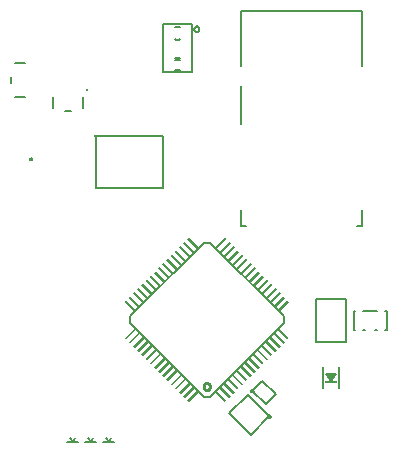
<source format=gto>
G75*
%MOIN*%
%OFA0B0*%
%FSLAX25Y25*%
%IPPOS*%
%LPD*%
%AMOC8*
5,1,8,0,0,1.08239X$1,22.5*
%
%ADD10C,0.00500*%
%ADD11C,0.00800*%
%ADD12C,0.01000*%
%ADD13R,0.04724X0.00787*%
%ADD14R,0.00787X0.04724*%
%ADD15R,0.03937X0.00787*%
%ADD16C,0.01000*%
D10*
X0093158Y0032306D02*
X0099283Y0038430D01*
X0106521Y0031192D01*
X0106127Y0031192D02*
X0106129Y0031231D01*
X0106135Y0031270D01*
X0106145Y0031308D01*
X0106158Y0031345D01*
X0106175Y0031380D01*
X0106195Y0031414D01*
X0106219Y0031445D01*
X0106246Y0031474D01*
X0106275Y0031500D01*
X0106307Y0031523D01*
X0106341Y0031543D01*
X0106377Y0031559D01*
X0106414Y0031571D01*
X0106453Y0031580D01*
X0106492Y0031585D01*
X0106531Y0031586D01*
X0106570Y0031583D01*
X0106609Y0031576D01*
X0106646Y0031565D01*
X0106683Y0031551D01*
X0106718Y0031533D01*
X0106751Y0031512D01*
X0106782Y0031487D01*
X0106810Y0031460D01*
X0106835Y0031430D01*
X0106857Y0031397D01*
X0106876Y0031363D01*
X0106891Y0031327D01*
X0106903Y0031289D01*
X0106911Y0031251D01*
X0106915Y0031212D01*
X0106915Y0031172D01*
X0106911Y0031133D01*
X0106903Y0031095D01*
X0106891Y0031057D01*
X0106876Y0031021D01*
X0106857Y0030987D01*
X0106835Y0030954D01*
X0106810Y0030924D01*
X0106782Y0030897D01*
X0106751Y0030872D01*
X0106718Y0030851D01*
X0106683Y0030833D01*
X0106646Y0030819D01*
X0106609Y0030808D01*
X0106570Y0030801D01*
X0106531Y0030798D01*
X0106492Y0030799D01*
X0106453Y0030804D01*
X0106414Y0030813D01*
X0106377Y0030825D01*
X0106341Y0030841D01*
X0106307Y0030861D01*
X0106275Y0030884D01*
X0106246Y0030910D01*
X0106219Y0030939D01*
X0106195Y0030970D01*
X0106175Y0031004D01*
X0106158Y0031039D01*
X0106145Y0031076D01*
X0106135Y0031114D01*
X0106129Y0031153D01*
X0106127Y0031192D01*
X0106521Y0031192D02*
X0100397Y0025068D01*
X0093158Y0032306D01*
X0100429Y0039606D02*
X0100431Y0039645D01*
X0100437Y0039684D01*
X0100447Y0039722D01*
X0100460Y0039759D01*
X0100477Y0039794D01*
X0100497Y0039828D01*
X0100521Y0039859D01*
X0100548Y0039888D01*
X0100577Y0039914D01*
X0100609Y0039937D01*
X0100643Y0039957D01*
X0100679Y0039973D01*
X0100716Y0039985D01*
X0100755Y0039994D01*
X0100794Y0039999D01*
X0100833Y0040000D01*
X0100872Y0039997D01*
X0100911Y0039990D01*
X0100948Y0039979D01*
X0100985Y0039965D01*
X0101020Y0039947D01*
X0101053Y0039926D01*
X0101084Y0039901D01*
X0101112Y0039874D01*
X0101137Y0039844D01*
X0101159Y0039811D01*
X0101178Y0039777D01*
X0101193Y0039741D01*
X0101205Y0039703D01*
X0101213Y0039665D01*
X0101217Y0039626D01*
X0101217Y0039586D01*
X0101213Y0039547D01*
X0101205Y0039509D01*
X0101193Y0039471D01*
X0101178Y0039435D01*
X0101159Y0039401D01*
X0101137Y0039368D01*
X0101112Y0039338D01*
X0101084Y0039311D01*
X0101053Y0039286D01*
X0101020Y0039265D01*
X0100985Y0039247D01*
X0100948Y0039233D01*
X0100911Y0039222D01*
X0100872Y0039215D01*
X0100833Y0039212D01*
X0100794Y0039213D01*
X0100755Y0039218D01*
X0100716Y0039227D01*
X0100679Y0039239D01*
X0100643Y0039255D01*
X0100609Y0039275D01*
X0100577Y0039298D01*
X0100548Y0039324D01*
X0100521Y0039353D01*
X0100497Y0039384D01*
X0100477Y0039418D01*
X0100460Y0039453D01*
X0100447Y0039490D01*
X0100437Y0039528D01*
X0100431Y0039567D01*
X0100429Y0039606D01*
X0100823Y0039606D02*
X0104164Y0042947D01*
X0108618Y0038493D01*
X0105277Y0035152D01*
X0100823Y0039606D01*
X0134554Y0060015D02*
X0134947Y0060015D01*
X0134554Y0060015D02*
X0134554Y0066315D01*
X0134947Y0066315D01*
X0137703Y0066315D02*
X0142428Y0066315D01*
X0145184Y0066315D02*
X0145577Y0066315D01*
X0145577Y0060015D01*
X0145184Y0060015D01*
X0142428Y0060015D02*
X0141640Y0060015D01*
X0138491Y0060015D02*
X0137703Y0060015D01*
X0137231Y0094504D02*
X0135656Y0094504D01*
X0137231Y0094504D02*
X0137231Y0100015D01*
X0098648Y0094504D02*
X0097073Y0094504D01*
X0097073Y0100015D01*
X0071188Y0107350D02*
X0071188Y0124476D01*
X0048550Y0124476D01*
X0048550Y0107350D01*
X0071188Y0107350D01*
X0097073Y0128756D02*
X0097073Y0141354D01*
X0097073Y0148047D02*
X0097073Y0166157D01*
X0137231Y0166157D01*
X0137231Y0148047D01*
X0026791Y0116937D02*
X0026793Y0116970D01*
X0026799Y0117002D01*
X0026808Y0117034D01*
X0026822Y0117064D01*
X0026838Y0117092D01*
X0026858Y0117118D01*
X0026881Y0117142D01*
X0026907Y0117163D01*
X0026935Y0117180D01*
X0026965Y0117195D01*
X0026996Y0117205D01*
X0027028Y0117212D01*
X0027061Y0117215D01*
X0027094Y0117214D01*
X0027126Y0117209D01*
X0027158Y0117200D01*
X0027189Y0117188D01*
X0027217Y0117172D01*
X0027244Y0117153D01*
X0027268Y0117131D01*
X0027290Y0117106D01*
X0027308Y0117078D01*
X0027323Y0117049D01*
X0027335Y0117018D01*
X0027343Y0116986D01*
X0027347Y0116953D01*
X0027347Y0116921D01*
X0027343Y0116888D01*
X0027335Y0116856D01*
X0027323Y0116825D01*
X0027308Y0116796D01*
X0027290Y0116768D01*
X0027268Y0116743D01*
X0027244Y0116721D01*
X0027217Y0116702D01*
X0027189Y0116686D01*
X0027158Y0116674D01*
X0027126Y0116665D01*
X0027094Y0116660D01*
X0027061Y0116659D01*
X0027028Y0116662D01*
X0026996Y0116669D01*
X0026965Y0116679D01*
X0026935Y0116694D01*
X0026907Y0116711D01*
X0026881Y0116732D01*
X0026858Y0116756D01*
X0026838Y0116782D01*
X0026822Y0116810D01*
X0026808Y0116840D01*
X0026799Y0116872D01*
X0026793Y0116904D01*
X0026791Y0116937D01*
X0026793Y0116970D01*
X0026799Y0117002D01*
X0026808Y0117034D01*
X0026822Y0117064D01*
X0026838Y0117092D01*
X0026858Y0117118D01*
X0026881Y0117142D01*
X0026907Y0117163D01*
X0026935Y0117180D01*
X0026965Y0117195D01*
X0026996Y0117205D01*
X0027028Y0117212D01*
X0027061Y0117215D01*
X0027094Y0117214D01*
X0027126Y0117209D01*
X0027158Y0117200D01*
X0027189Y0117188D01*
X0027217Y0117172D01*
X0027244Y0117153D01*
X0027268Y0117131D01*
X0027290Y0117106D01*
X0027308Y0117078D01*
X0027323Y0117049D01*
X0027335Y0117018D01*
X0027343Y0116986D01*
X0027347Y0116953D01*
X0027347Y0116921D01*
X0027343Y0116888D01*
X0027335Y0116856D01*
X0027323Y0116825D01*
X0027308Y0116796D01*
X0027290Y0116768D01*
X0027268Y0116743D01*
X0027244Y0116721D01*
X0027217Y0116702D01*
X0027189Y0116686D01*
X0027158Y0116674D01*
X0027126Y0116665D01*
X0027094Y0116660D01*
X0027061Y0116659D01*
X0027028Y0116662D01*
X0026996Y0116669D01*
X0026965Y0116679D01*
X0026935Y0116694D01*
X0026907Y0116711D01*
X0026881Y0116732D01*
X0026858Y0116756D01*
X0026838Y0116782D01*
X0026822Y0116810D01*
X0026808Y0116840D01*
X0026799Y0116872D01*
X0026793Y0116904D01*
X0026791Y0116937D01*
D11*
X0039073Y0022645D02*
X0040884Y0022645D01*
X0039964Y0023866D01*
X0040884Y0022645D02*
X0042695Y0022645D01*
X0041744Y0023866D02*
X0040984Y0022706D01*
X0045073Y0022645D02*
X0046884Y0022645D01*
X0045964Y0023866D01*
X0046884Y0022645D02*
X0048695Y0022645D01*
X0047744Y0023866D02*
X0046984Y0022706D01*
X0051073Y0022645D02*
X0052884Y0022645D01*
X0051964Y0023866D01*
X0052884Y0022645D02*
X0054695Y0022645D01*
X0053744Y0023866D02*
X0052984Y0022706D01*
X0084542Y0037789D02*
X0060044Y0062288D01*
X0060044Y0064515D01*
X0084542Y0089013D01*
X0086770Y0089013D01*
X0111268Y0064515D01*
X0111268Y0062288D01*
X0086770Y0037789D01*
X0084542Y0037789D01*
X0122026Y0055899D02*
X0122026Y0070399D01*
X0132026Y0070399D01*
X0132026Y0055899D01*
X0122026Y0055899D01*
X0124335Y0047528D02*
X0124335Y0040654D01*
X0127091Y0042910D02*
X0128665Y0045272D01*
X0125516Y0045272D01*
X0127091Y0042910D01*
X0127091Y0043697D02*
X0127878Y0044878D01*
X0126303Y0044878D01*
X0127091Y0043697D01*
X0127189Y0043845D02*
X0126992Y0043845D01*
X0126460Y0044643D02*
X0127721Y0044643D01*
X0129847Y0047528D02*
X0129847Y0040654D01*
X0040382Y0133036D02*
X0038269Y0133036D01*
X0034325Y0134136D02*
X0034325Y0137517D01*
X0025134Y0137644D02*
X0021753Y0137644D01*
X0020253Y0142187D02*
X0020253Y0144300D01*
X0021753Y0148844D02*
X0025134Y0148844D01*
X0044325Y0137517D02*
X0044325Y0134136D01*
X0071050Y0145968D02*
X0071050Y0161874D01*
X0080577Y0161874D01*
X0080577Y0145968D01*
X0071050Y0145968D01*
X0075064Y0146685D02*
X0075139Y0146652D01*
X0075215Y0146623D01*
X0075292Y0146597D01*
X0075370Y0146575D01*
X0075449Y0146557D01*
X0075529Y0146542D01*
X0075610Y0146531D01*
X0075691Y0146523D01*
X0075772Y0146519D01*
X0075854Y0146519D01*
X0075935Y0146523D01*
X0076016Y0146531D01*
X0076097Y0146542D01*
X0076177Y0146557D01*
X0076256Y0146575D01*
X0076334Y0146597D01*
X0076411Y0146623D01*
X0076487Y0146652D01*
X0076562Y0146685D01*
X0076562Y0149897D02*
X0076487Y0149930D01*
X0076411Y0149959D01*
X0076334Y0149985D01*
X0076256Y0150007D01*
X0076177Y0150025D01*
X0076097Y0150040D01*
X0076016Y0150051D01*
X0075935Y0150059D01*
X0075854Y0150063D01*
X0075772Y0150063D01*
X0075691Y0150059D01*
X0075610Y0150051D01*
X0075529Y0150040D01*
X0075449Y0150025D01*
X0075370Y0150007D01*
X0075292Y0149985D01*
X0075215Y0149959D01*
X0075139Y0149930D01*
X0075064Y0149897D01*
X0075026Y0150693D02*
X0076601Y0150693D01*
X0076553Y0160955D02*
X0076469Y0160984D01*
X0076384Y0161009D01*
X0076298Y0161031D01*
X0076211Y0161049D01*
X0076123Y0161064D01*
X0076035Y0161075D01*
X0075946Y0161082D01*
X0075857Y0161086D01*
X0075769Y0161086D01*
X0075680Y0161082D01*
X0075591Y0161075D01*
X0075503Y0161064D01*
X0075415Y0161049D01*
X0075328Y0161031D01*
X0075242Y0161009D01*
X0075157Y0160984D01*
X0075073Y0160955D01*
X0075073Y0156887D02*
X0075157Y0156858D01*
X0075242Y0156833D01*
X0075328Y0156811D01*
X0075415Y0156793D01*
X0075503Y0156778D01*
X0075591Y0156767D01*
X0075680Y0156760D01*
X0075769Y0156756D01*
X0075857Y0156756D01*
X0075946Y0156760D01*
X0076035Y0156767D01*
X0076123Y0156778D01*
X0076211Y0156793D01*
X0076298Y0156811D01*
X0076384Y0156833D01*
X0076469Y0156858D01*
X0076553Y0156887D01*
X0081408Y0160307D02*
X0081410Y0160366D01*
X0081416Y0160424D01*
X0081426Y0160482D01*
X0081439Y0160539D01*
X0081457Y0160595D01*
X0081478Y0160650D01*
X0081502Y0160703D01*
X0081531Y0160754D01*
X0081562Y0160804D01*
X0081597Y0160851D01*
X0081635Y0160896D01*
X0081676Y0160938D01*
X0081719Y0160977D01*
X0081765Y0161014D01*
X0081814Y0161047D01*
X0081864Y0161077D01*
X0081916Y0161103D01*
X0081970Y0161126D01*
X0082026Y0161146D01*
X0082082Y0161161D01*
X0082140Y0161173D01*
X0082198Y0161181D01*
X0082257Y0161185D01*
X0082315Y0161185D01*
X0082374Y0161181D01*
X0082432Y0161173D01*
X0082490Y0161161D01*
X0082546Y0161146D01*
X0082602Y0161126D01*
X0082656Y0161103D01*
X0082708Y0161077D01*
X0082758Y0161047D01*
X0082807Y0161014D01*
X0082853Y0160977D01*
X0082896Y0160938D01*
X0082937Y0160896D01*
X0082975Y0160851D01*
X0083010Y0160804D01*
X0083041Y0160754D01*
X0083070Y0160703D01*
X0083094Y0160650D01*
X0083115Y0160595D01*
X0083133Y0160539D01*
X0083146Y0160482D01*
X0083156Y0160424D01*
X0083162Y0160366D01*
X0083164Y0160307D01*
X0083162Y0160248D01*
X0083156Y0160190D01*
X0083146Y0160132D01*
X0083133Y0160075D01*
X0083115Y0160019D01*
X0083094Y0159964D01*
X0083070Y0159911D01*
X0083041Y0159860D01*
X0083010Y0159810D01*
X0082975Y0159763D01*
X0082937Y0159718D01*
X0082896Y0159676D01*
X0082853Y0159637D01*
X0082807Y0159600D01*
X0082758Y0159567D01*
X0082708Y0159537D01*
X0082656Y0159511D01*
X0082602Y0159488D01*
X0082546Y0159468D01*
X0082490Y0159453D01*
X0082432Y0159441D01*
X0082374Y0159433D01*
X0082315Y0159429D01*
X0082257Y0159429D01*
X0082198Y0159433D01*
X0082140Y0159441D01*
X0082082Y0159453D01*
X0082026Y0159468D01*
X0081970Y0159488D01*
X0081916Y0159511D01*
X0081864Y0159537D01*
X0081814Y0159567D01*
X0081765Y0159600D01*
X0081719Y0159637D01*
X0081676Y0159676D01*
X0081635Y0159718D01*
X0081597Y0159763D01*
X0081562Y0159810D01*
X0081531Y0159860D01*
X0081502Y0159911D01*
X0081478Y0159964D01*
X0081457Y0160019D01*
X0081439Y0160075D01*
X0081426Y0160132D01*
X0081416Y0160190D01*
X0081410Y0160248D01*
X0081408Y0160307D01*
D12*
X0084543Y0041130D02*
X0084545Y0041197D01*
X0084551Y0041263D01*
X0084561Y0041329D01*
X0084575Y0041394D01*
X0084592Y0041458D01*
X0084614Y0041521D01*
X0084639Y0041583D01*
X0084668Y0041643D01*
X0084701Y0041701D01*
X0084736Y0041757D01*
X0084776Y0041811D01*
X0084818Y0041862D01*
X0084863Y0041911D01*
X0084911Y0041957D01*
X0084962Y0042000D01*
X0085015Y0042040D01*
X0085071Y0042077D01*
X0085129Y0042110D01*
X0085188Y0042140D01*
X0085249Y0042166D01*
X0085312Y0042189D01*
X0085376Y0042207D01*
X0085441Y0042222D01*
X0085507Y0042233D01*
X0085573Y0042240D01*
X0085639Y0042243D01*
X0085706Y0042242D01*
X0085772Y0042237D01*
X0085838Y0042228D01*
X0085904Y0042215D01*
X0085968Y0042198D01*
X0086031Y0042178D01*
X0086093Y0042153D01*
X0086154Y0042125D01*
X0086213Y0042094D01*
X0086269Y0042059D01*
X0086324Y0042021D01*
X0086376Y0041979D01*
X0086425Y0041934D01*
X0086472Y0041887D01*
X0086516Y0041837D01*
X0086556Y0041784D01*
X0086594Y0041729D01*
X0086628Y0041672D01*
X0086659Y0041613D01*
X0086686Y0041552D01*
X0086709Y0041490D01*
X0086729Y0041426D01*
X0086745Y0041361D01*
X0086757Y0041296D01*
X0086765Y0041230D01*
X0086769Y0041163D01*
X0086769Y0041097D01*
X0086765Y0041030D01*
X0086757Y0040964D01*
X0086745Y0040899D01*
X0086729Y0040834D01*
X0086709Y0040770D01*
X0086686Y0040708D01*
X0086659Y0040647D01*
X0086628Y0040588D01*
X0086594Y0040531D01*
X0086556Y0040476D01*
X0086516Y0040423D01*
X0086472Y0040373D01*
X0086425Y0040326D01*
X0086376Y0040281D01*
X0086324Y0040239D01*
X0086269Y0040201D01*
X0086212Y0040166D01*
X0086154Y0040135D01*
X0086093Y0040107D01*
X0086031Y0040082D01*
X0085968Y0040062D01*
X0085904Y0040045D01*
X0085838Y0040032D01*
X0085772Y0040023D01*
X0085706Y0040018D01*
X0085639Y0040017D01*
X0085573Y0040020D01*
X0085507Y0040027D01*
X0085441Y0040038D01*
X0085376Y0040053D01*
X0085312Y0040071D01*
X0085249Y0040094D01*
X0085188Y0040120D01*
X0085129Y0040150D01*
X0085071Y0040183D01*
X0085015Y0040220D01*
X0084962Y0040260D01*
X0084911Y0040303D01*
X0084863Y0040349D01*
X0084818Y0040398D01*
X0084776Y0040449D01*
X0084736Y0040503D01*
X0084701Y0040559D01*
X0084668Y0040617D01*
X0084639Y0040677D01*
X0084614Y0040739D01*
X0084592Y0040802D01*
X0084575Y0040866D01*
X0084561Y0040931D01*
X0084551Y0040997D01*
X0084545Y0041063D01*
X0084543Y0041130D01*
D13*
G36*
X0088857Y0039877D02*
X0092197Y0036537D01*
X0091641Y0035981D01*
X0088301Y0039321D01*
X0088857Y0039877D01*
G37*
G36*
X0090249Y0041269D02*
X0093589Y0037929D01*
X0093033Y0037373D01*
X0089693Y0040713D01*
X0090249Y0041269D01*
G37*
G36*
X0091641Y0042661D02*
X0094981Y0039321D01*
X0094425Y0038765D01*
X0091085Y0042105D01*
X0091641Y0042661D01*
G37*
G36*
X0093033Y0044052D02*
X0096373Y0040712D01*
X0095817Y0040156D01*
X0092477Y0043496D01*
X0093033Y0044052D01*
G37*
G36*
X0094425Y0045444D02*
X0097765Y0042104D01*
X0097209Y0041548D01*
X0093869Y0044888D01*
X0094425Y0045444D01*
G37*
G36*
X0095817Y0046836D02*
X0099157Y0043496D01*
X0098601Y0042940D01*
X0095261Y0046280D01*
X0095817Y0046836D01*
G37*
G36*
X0097209Y0048228D02*
X0100549Y0044888D01*
X0099993Y0044332D01*
X0096653Y0047672D01*
X0097209Y0048228D01*
G37*
G36*
X0098601Y0049620D02*
X0101941Y0046280D01*
X0101385Y0045724D01*
X0098045Y0049064D01*
X0098601Y0049620D01*
G37*
G36*
X0099993Y0051012D02*
X0103333Y0047672D01*
X0102777Y0047116D01*
X0099437Y0050456D01*
X0099993Y0051012D01*
G37*
G36*
X0101385Y0052404D02*
X0104725Y0049064D01*
X0104169Y0048508D01*
X0100829Y0051848D01*
X0101385Y0052404D01*
G37*
G36*
X0102777Y0053796D02*
X0106117Y0050456D01*
X0105561Y0049900D01*
X0102221Y0053240D01*
X0102777Y0053796D01*
G37*
G36*
X0104169Y0055188D02*
X0107509Y0051848D01*
X0106953Y0051292D01*
X0103613Y0054632D01*
X0104169Y0055188D01*
G37*
G36*
X0105561Y0056580D02*
X0108901Y0053240D01*
X0108345Y0052684D01*
X0105005Y0056024D01*
X0105561Y0056580D01*
G37*
G36*
X0106953Y0057972D02*
X0110293Y0054632D01*
X0109737Y0054076D01*
X0106397Y0057416D01*
X0106953Y0057972D01*
G37*
G36*
X0108345Y0059364D02*
X0111685Y0056024D01*
X0111129Y0055468D01*
X0107789Y0058808D01*
X0108345Y0059364D01*
G37*
G36*
X0109737Y0060756D02*
X0113077Y0057416D01*
X0112521Y0056860D01*
X0109181Y0060200D01*
X0109737Y0060756D01*
G37*
G36*
X0074103Y0085254D02*
X0077443Y0081914D01*
X0076887Y0081358D01*
X0073547Y0084698D01*
X0074103Y0085254D01*
G37*
G36*
X0075495Y0086646D02*
X0078835Y0083306D01*
X0078279Y0082750D01*
X0074939Y0086090D01*
X0075495Y0086646D01*
G37*
G36*
X0076887Y0088038D02*
X0080227Y0084698D01*
X0079671Y0084142D01*
X0076331Y0087482D01*
X0076887Y0088038D01*
G37*
G36*
X0078279Y0089430D02*
X0081619Y0086090D01*
X0081063Y0085534D01*
X0077723Y0088874D01*
X0078279Y0089430D01*
G37*
G36*
X0079671Y0090822D02*
X0083011Y0087482D01*
X0082455Y0086926D01*
X0079115Y0090266D01*
X0079671Y0090822D01*
G37*
G36*
X0072711Y0083862D02*
X0076051Y0080522D01*
X0075495Y0079966D01*
X0072155Y0083306D01*
X0072711Y0083862D01*
G37*
G36*
X0071319Y0082470D02*
X0074659Y0079130D01*
X0074103Y0078574D01*
X0070763Y0081914D01*
X0071319Y0082470D01*
G37*
G36*
X0069927Y0081078D02*
X0073267Y0077738D01*
X0072711Y0077182D01*
X0069371Y0080522D01*
X0069927Y0081078D01*
G37*
G36*
X0068535Y0079686D02*
X0071875Y0076346D01*
X0071319Y0075790D01*
X0067979Y0079130D01*
X0068535Y0079686D01*
G37*
G36*
X0067143Y0078294D02*
X0070483Y0074954D01*
X0069927Y0074398D01*
X0066587Y0077738D01*
X0067143Y0078294D01*
G37*
G36*
X0065751Y0076902D02*
X0069091Y0073562D01*
X0068535Y0073006D01*
X0065195Y0076346D01*
X0065751Y0076902D01*
G37*
G36*
X0064359Y0075510D02*
X0067699Y0072170D01*
X0067143Y0071614D01*
X0063803Y0074954D01*
X0064359Y0075510D01*
G37*
G36*
X0062967Y0074118D02*
X0066307Y0070778D01*
X0065751Y0070222D01*
X0062411Y0073562D01*
X0062967Y0074118D01*
G37*
G36*
X0061575Y0072726D02*
X0064915Y0069386D01*
X0064359Y0068830D01*
X0061019Y0072170D01*
X0061575Y0072726D01*
G37*
G36*
X0060183Y0071335D02*
X0063523Y0067995D01*
X0062967Y0067439D01*
X0059627Y0070779D01*
X0060183Y0071335D01*
G37*
G36*
X0058791Y0069943D02*
X0062131Y0066603D01*
X0061575Y0066047D01*
X0058235Y0069387D01*
X0058791Y0069943D01*
G37*
D14*
G36*
X0061575Y0060756D02*
X0062131Y0060200D01*
X0058791Y0056860D01*
X0058235Y0057416D01*
X0061575Y0060756D01*
G37*
G36*
X0062967Y0059364D02*
X0063523Y0058808D01*
X0060183Y0055468D01*
X0059627Y0056024D01*
X0062967Y0059364D01*
G37*
G36*
X0064359Y0057972D02*
X0064915Y0057416D01*
X0061575Y0054076D01*
X0061019Y0054632D01*
X0064359Y0057972D01*
G37*
G36*
X0065751Y0056580D02*
X0066307Y0056024D01*
X0062967Y0052684D01*
X0062411Y0053240D01*
X0065751Y0056580D01*
G37*
G36*
X0067143Y0055188D02*
X0067699Y0054632D01*
X0064359Y0051292D01*
X0063803Y0051848D01*
X0067143Y0055188D01*
G37*
G36*
X0068535Y0053796D02*
X0069091Y0053240D01*
X0065751Y0049900D01*
X0065195Y0050456D01*
X0068535Y0053796D01*
G37*
G36*
X0069927Y0052404D02*
X0070483Y0051848D01*
X0067143Y0048508D01*
X0066587Y0049064D01*
X0069927Y0052404D01*
G37*
G36*
X0071319Y0051012D02*
X0071875Y0050456D01*
X0068535Y0047116D01*
X0067979Y0047672D01*
X0071319Y0051012D01*
G37*
G36*
X0072711Y0049620D02*
X0073267Y0049064D01*
X0069927Y0045724D01*
X0069371Y0046280D01*
X0072711Y0049620D01*
G37*
G36*
X0074103Y0048228D02*
X0074659Y0047672D01*
X0071319Y0044332D01*
X0070763Y0044888D01*
X0074103Y0048228D01*
G37*
G36*
X0075495Y0046836D02*
X0076051Y0046280D01*
X0072711Y0042940D01*
X0072155Y0043496D01*
X0075495Y0046836D01*
G37*
G36*
X0076887Y0045444D02*
X0077443Y0044888D01*
X0074103Y0041548D01*
X0073547Y0042104D01*
X0076887Y0045444D01*
G37*
G36*
X0078279Y0044052D02*
X0078835Y0043496D01*
X0075495Y0040156D01*
X0074939Y0040712D01*
X0078279Y0044052D01*
G37*
G36*
X0079671Y0042661D02*
X0080227Y0042105D01*
X0076887Y0038765D01*
X0076331Y0039321D01*
X0079671Y0042661D01*
G37*
G36*
X0081063Y0041269D02*
X0081619Y0040713D01*
X0078279Y0037373D01*
X0077723Y0037929D01*
X0081063Y0041269D01*
G37*
G36*
X0082455Y0039877D02*
X0083011Y0039321D01*
X0079671Y0035981D01*
X0079115Y0036537D01*
X0082455Y0039877D01*
G37*
G36*
X0112521Y0069943D02*
X0113077Y0069387D01*
X0109737Y0066047D01*
X0109181Y0066603D01*
X0112521Y0069943D01*
G37*
G36*
X0111129Y0071335D02*
X0111685Y0070779D01*
X0108345Y0067439D01*
X0107789Y0067995D01*
X0111129Y0071335D01*
G37*
G36*
X0109737Y0072726D02*
X0110293Y0072170D01*
X0106953Y0068830D01*
X0106397Y0069386D01*
X0109737Y0072726D01*
G37*
G36*
X0108345Y0074118D02*
X0108901Y0073562D01*
X0105561Y0070222D01*
X0105005Y0070778D01*
X0108345Y0074118D01*
G37*
G36*
X0106953Y0075510D02*
X0107509Y0074954D01*
X0104169Y0071614D01*
X0103613Y0072170D01*
X0106953Y0075510D01*
G37*
G36*
X0105561Y0076902D02*
X0106117Y0076346D01*
X0102777Y0073006D01*
X0102221Y0073562D01*
X0105561Y0076902D01*
G37*
G36*
X0104169Y0078294D02*
X0104725Y0077738D01*
X0101385Y0074398D01*
X0100829Y0074954D01*
X0104169Y0078294D01*
G37*
G36*
X0102777Y0079686D02*
X0103333Y0079130D01*
X0099993Y0075790D01*
X0099437Y0076346D01*
X0102777Y0079686D01*
G37*
G36*
X0101385Y0081078D02*
X0101941Y0080522D01*
X0098601Y0077182D01*
X0098045Y0077738D01*
X0101385Y0081078D01*
G37*
G36*
X0099993Y0082470D02*
X0100549Y0081914D01*
X0097209Y0078574D01*
X0096653Y0079130D01*
X0099993Y0082470D01*
G37*
G36*
X0098601Y0083862D02*
X0099157Y0083306D01*
X0095817Y0079966D01*
X0095261Y0080522D01*
X0098601Y0083862D01*
G37*
G36*
X0097209Y0085254D02*
X0097765Y0084698D01*
X0094425Y0081358D01*
X0093869Y0081914D01*
X0097209Y0085254D01*
G37*
G36*
X0095817Y0086646D02*
X0096373Y0086090D01*
X0093033Y0082750D01*
X0092477Y0083306D01*
X0095817Y0086646D01*
G37*
G36*
X0094425Y0088038D02*
X0094981Y0087482D01*
X0091641Y0084142D01*
X0091085Y0084698D01*
X0094425Y0088038D01*
G37*
G36*
X0093033Y0089430D02*
X0093589Y0088874D01*
X0090249Y0085534D01*
X0089693Y0086090D01*
X0093033Y0089430D01*
G37*
G36*
X0091641Y0090822D02*
X0092197Y0090266D01*
X0088857Y0086926D01*
X0088301Y0087482D01*
X0091641Y0090822D01*
G37*
D15*
X0127091Y0042516D03*
D16*
X0048451Y0124574D03*
X0045625Y0139826D03*
M02*

</source>
